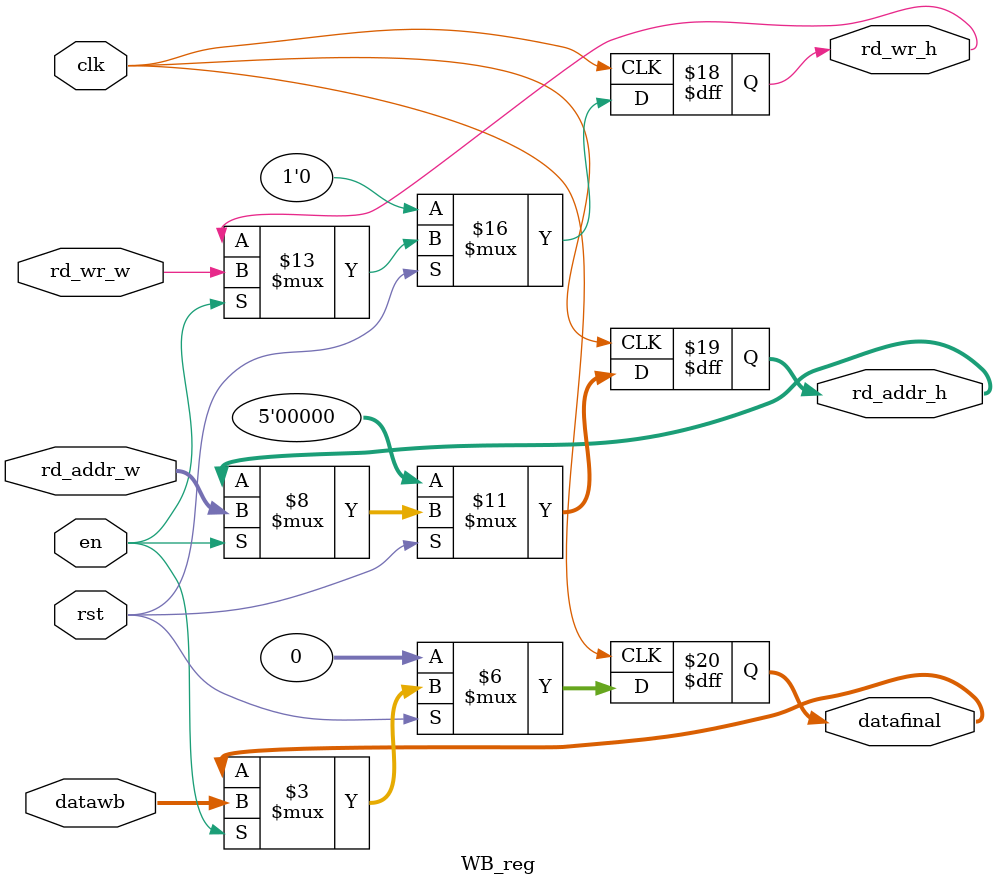
<source format=sv>
module WB_reg (
input               clk,
input               rst,
input					  en,
input               rd_wr_w,
input        [4:0]  rd_addr_w,
input        [31:0] datawb,
output logic        rd_wr_h,
output logic [4:0]  rd_addr_h,
output logic [31:0] datafinal
);

always_ff @(posedge clk) begin
 if (!rst) begin
  rd_addr_h <= 5'b0;
  rd_wr_h <= 1'b0;
  datafinal <= 32'b0;
 end else if (en) begin
  rd_addr_h <= rd_addr_w;
  rd_wr_h <= rd_wr_w;
  datafinal <= datawb;
 end
end

endmodule : WB_reg

</source>
